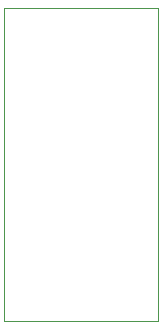
<source format=gbr>
%TF.GenerationSoftware,KiCad,Pcbnew,9.0.0*%
%TF.CreationDate,2025-11-11T17:36:11-03:00*%
%TF.ProjectId,USB-C-LiPo-Charger,5553422d-432d-44c6-9950-6f2d43686172,rev?*%
%TF.SameCoordinates,Original*%
%TF.FileFunction,Profile,NP*%
%FSLAX46Y46*%
G04 Gerber Fmt 4.6, Leading zero omitted, Abs format (unit mm)*
G04 Created by KiCad (PCBNEW 9.0.0) date 2025-11-11 17:36:11*
%MOMM*%
%LPD*%
G01*
G04 APERTURE LIST*
%TA.AperFunction,Profile*%
%ADD10C,0.050000*%
%TD*%
G04 APERTURE END LIST*
D10*
X106000000Y-52000000D02*
X119000000Y-52000000D01*
X119000000Y-78500000D01*
X106000000Y-78500000D01*
X106000000Y-52000000D01*
M02*

</source>
